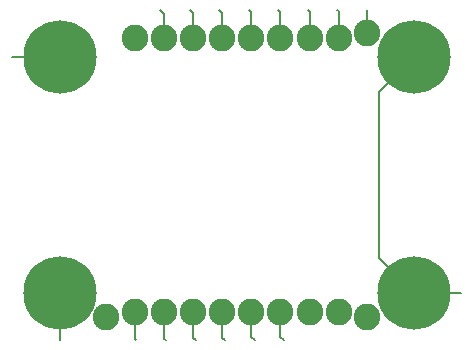
<source format=gtl>
%TF.GenerationSoftware,KiCad,Pcbnew,9.0.0*%
%TF.CreationDate,2025-03-25T13:50:55+00:00*%
%TF.ProjectId,vm_rp2040_pogo_mh_0.1,766d5f72-7032-4303-9430-5f706f676f5f,v0.1*%
%TF.SameCoordinates,Original*%
%TF.FileFunction,Copper,L1,Top*%
%TF.FilePolarity,Positive*%
%FSLAX45Y45*%
G04 Gerber Fmt 4.5, Leading zero omitted, Abs format (unit mm)*
G04 Created by KiCad (PCBNEW 9.0.0) date 2025-03-25 13:50:55*
%MOMM*%
%LPD*%
G01*
G04 APERTURE LIST*
%TA.AperFunction,SMDPad,CuDef*%
%ADD10C,0.125000*%
%TD*%
%TA.AperFunction,SMDPad,CuDef*%
%ADD11C,2.254000*%
%TD*%
%TA.AperFunction,ComponentPad*%
%ADD12C,6.200000*%
%TD*%
%TA.AperFunction,Conductor*%
%ADD13C,0.200000*%
%TD*%
G04 APERTURE END LIST*
D10*
%TO.P,GS9,1,SWDIO~*%
%TO.N,Net-(GS9-SWDIO~)*%
X-150000Y1400000D03*
%TD*%
%TO.P,GS15,1,SWDIO~*%
%TO.N,Net-(GS15-SWDIO~)*%
X-600000Y-1400000D03*
%TD*%
D11*
%TO.P,J8,1,1*%
%TO.N,Net-(GS12-SWDIO~)*%
X861055Y1160663D03*
%TD*%
%TO.P,J10,1,1*%
%TO.N,unconnected-(J10-Pad1)*%
X1103999Y-1199513D03*
%TD*%
D12*
%TO.P,MH3,1*%
%TO.N,N/C*%
X-1500000Y-1000000D03*
%TD*%
D11*
%TO.P,J16,1,1*%
%TO.N,Net-(GS16-SWDIO~)*%
X-369001Y-1160513D03*
%TD*%
%TO.P,J4,1,1*%
%TO.N,Net-(GS9-SWDIO~)*%
X-122945Y1160663D03*
%TD*%
D10*
%TO.P,GS13,1,SWDIO~*%
%TO.N,Net-(GS13-SWDIO~)*%
X1100000Y1400000D03*
%TD*%
%TO.P,GS19,1,SWDIO~*%
%TO.N,Net-(GS19-SWDIO~)*%
X400000Y-1400000D03*
%TD*%
D11*
%TO.P,J11,1,1*%
%TO.N,unconnected-(J11-Pad1)*%
X860999Y-1160513D03*
%TD*%
%TO.P,J17,1,1*%
%TO.N,Net-(GS15-SWDIO~)*%
X-615001Y-1160513D03*
%TD*%
D10*
%TO.P,GS18,1,SWDIO~*%
%TO.N,Net-(GS18-SWDIO~)*%
X150000Y-1400000D03*
%TD*%
%TO.P,GS14,1,SWDIO~*%
%TO.N,Net-(GS14-SWDIO~)*%
X-850000Y-1400000D03*
%TD*%
D11*
%TO.P,J5,1,1*%
%TO.N,Net-(GS5-SWCLK)*%
X123055Y1160663D03*
%TD*%
%TO.P,J6,1,1*%
%TO.N,Net-(GS10-SWDIO~)*%
X369055Y1160663D03*
%TD*%
%TO.P,J12,1,1*%
%TO.N,unconnected-(J12-Pad1)*%
X614999Y-1160513D03*
%TD*%
D10*
%TO.P,GS3,1,JD_PWR*%
%TO.N,JD_PWR*%
X-1500000Y-1400000D03*
%TD*%
D11*
%TO.P,J15,1,1*%
%TO.N,Net-(GS17-SWDIO~)*%
X-123001Y-1160513D03*
%TD*%
D10*
%TO.P,GS12,1,SWDIO~*%
%TO.N,Net-(GS12-SWDIO~)*%
X850000Y1400000D03*
%TD*%
%TO.P,GS1,1,JD_DATA*%
%TO.N,JD_DATA*%
X-1900000Y1000000D03*
%TD*%
%TO.P,GS2,1,GND*%
%TO.N,GND*%
X1900000Y-1000000D03*
%TD*%
%TO.P,GS5,1,SWCLK*%
%TO.N,Net-(GS5-SWCLK)*%
X100000Y1400000D03*
%TD*%
%TO.P,GS17,1,SWDIO~*%
%TO.N,Net-(GS17-SWDIO~)*%
X-100000Y-1400000D03*
%TD*%
D11*
%TO.P,J3,1,1*%
%TO.N,Net-(GS4-RESET)*%
X-368945Y1160663D03*
%TD*%
%TO.P,J7,1,1*%
%TO.N,Net-(GS11-SWDIO~)*%
X615055Y1160663D03*
%TD*%
D10*
%TO.P,GS8,1,SWDIO~*%
%TO.N,Net-(GS8-SWDIO~)*%
X-650000Y1400000D03*
%TD*%
D11*
%TO.P,J19,1,1*%
%TO.N,unconnected-(J19-Pad1)*%
X-1104001Y-1199513D03*
%TD*%
%TO.P,J2,1,1*%
%TO.N,Net-(GS8-SWDIO~)*%
X-614945Y1160663D03*
%TD*%
D10*
%TO.P,GS16,1,SWDIO~*%
%TO.N,Net-(GS16-SWDIO~)*%
X-350000Y-1400000D03*
%TD*%
%TO.P,GS11,1,SWDIO~*%
%TO.N,Net-(GS11-SWDIO~)*%
X600000Y1400000D03*
%TD*%
D11*
%TO.P,J1,1,1*%
%TO.N,unconnected-(J1-Pad1)*%
X-860945Y1160663D03*
%TD*%
D10*
%TO.P,GS4,1,RESET*%
%TO.N,Net-(GS4-RESET)*%
X-400000Y1400000D03*
%TD*%
%TO.P,GS10,1,SWDIO~*%
%TO.N,Net-(GS10-SWDIO~)*%
X350000Y1400000D03*
%TD*%
D11*
%TO.P,J14,1,1*%
%TO.N,Net-(GS18-SWDIO~)*%
X122999Y-1160513D03*
%TD*%
%TO.P,J9,1,1*%
%TO.N,Net-(GS13-SWDIO~)*%
X1104055Y1199663D03*
%TD*%
D12*
%TO.P,MH1,1*%
%TO.N,N/C*%
X-1500000Y1000001D03*
%TD*%
%TO.P,MH2,1*%
%TO.N,N/C*%
X1500001Y1000002D03*
%TD*%
%TO.P,MH4,1*%
%TO.N,N/C*%
X1500001Y-999999D03*
%TD*%
D11*
%TO.P,J18,1,1*%
%TO.N,Net-(GS14-SWDIO~)*%
X-861001Y-1160513D03*
%TD*%
%TO.P,J13,1,1*%
%TO.N,Net-(GS19-SWDIO~)*%
X368999Y-1160513D03*
%TD*%
D13*
%TO.N,JD_DATA*%
X-1500000Y1000000D02*
X-1900000Y1000000D01*
%TO.N,GND*%
X1200001Y-699998D02*
X1500001Y-999998D01*
X1500000Y1000000D02*
X1600000Y900000D01*
X1200001Y700002D02*
X1200001Y-699998D01*
X1500000Y-1000000D02*
X1900000Y-1000000D01*
X1900000Y-1000000D02*
X1900000Y-1000000D01*
X1500001Y1000002D02*
X1200001Y700002D01*
%TO.N,JD_PWR*%
X-1500080Y-1000080D02*
X-1500080Y-1399920D01*
X-1500080Y-1399920D02*
X-1500000Y-1400000D01*
%TO.N,Net-(GS4-RESET)*%
X-368945Y1160663D02*
X-368945Y1368945D01*
X-368945Y1368945D02*
X-400000Y1400000D01*
%TO.N,Net-(GS5-SWCLK)*%
X123055Y1160663D02*
X123055Y1376945D01*
X123055Y1376945D02*
X100000Y1400000D01*
%TO.N,Net-(GS8-SWDIO~)*%
X-614945Y1364945D02*
X-650000Y1400000D01*
X-614945Y1160663D02*
X-614945Y1364945D01*
%TO.N,Net-(GS9-SWDIO~)*%
X-122945Y1372945D02*
X-150000Y1400000D01*
X-122945Y1160663D02*
X-122945Y1372945D01*
%TO.N,Net-(GS10-SWDIO~)*%
X369055Y1380945D02*
X350000Y1400000D01*
X369055Y1160663D02*
X369055Y1380945D01*
%TO.N,Net-(GS11-SWDIO~)*%
X615055Y1384945D02*
X600000Y1400000D01*
X615055Y1160663D02*
X615055Y1384945D01*
%TO.N,Net-(GS12-SWDIO~)*%
X861055Y1388945D02*
X850000Y1400000D01*
X861055Y1160663D02*
X861055Y1388945D01*
%TO.N,Net-(GS13-SWDIO~)*%
X1104055Y1395945D02*
X1100000Y1400000D01*
X1104055Y1395945D02*
X1100000Y1400000D01*
X1104055Y1199663D02*
X1104055Y1395945D01*
%TO.N,Net-(GS14-SWDIO~)*%
X-861001Y-1160513D02*
X-861001Y-1388999D01*
X-861001Y-1388999D02*
X-850000Y-1400000D01*
%TO.N,Net-(GS15-SWDIO~)*%
X-615001Y-1160513D02*
X-615001Y-1384999D01*
X-615001Y-1384999D02*
X-600000Y-1400000D01*
%TO.N,Net-(GS16-SWDIO~)*%
X-369001Y-1380999D02*
X-350000Y-1400000D01*
X-369001Y-1160513D02*
X-369001Y-1380999D01*
%TO.N,Net-(GS17-SWDIO~)*%
X-123001Y-1160513D02*
X-123001Y-1376999D01*
X-123001Y-1376999D02*
X-100000Y-1400000D01*
%TO.N,Net-(GS18-SWDIO~)*%
X122999Y-1372999D02*
X150000Y-1400000D01*
X122999Y-1160513D02*
X122999Y-1372999D01*
%TO.N,Net-(GS19-SWDIO~)*%
X368999Y-1368999D02*
X400000Y-1400000D01*
X368999Y-1160513D02*
X368999Y-1368999D01*
%TD*%
M02*

</source>
